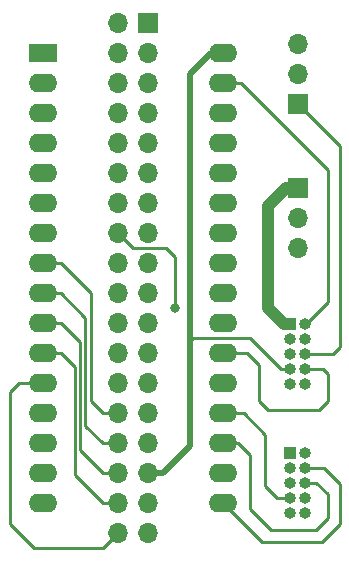
<source format=gbr>
%TF.GenerationSoftware,KiCad,Pcbnew,(6.0.4-0)*%
%TF.CreationDate,2022-07-24T15:42:13+01:00*%
%TF.ProjectId,isp_interface,6973705f-696e-4746-9572-666163652e6b,0.1.0*%
%TF.SameCoordinates,PX55f1c20PY82dabb0*%
%TF.FileFunction,Copper,L1,Top*%
%TF.FilePolarity,Positive*%
%FSLAX46Y46*%
G04 Gerber Fmt 4.6, Leading zero omitted, Abs format (unit mm)*
G04 Created by KiCad (PCBNEW (6.0.4-0)) date 2022-07-24 15:42:13*
%MOMM*%
%LPD*%
G01*
G04 APERTURE LIST*
%TA.AperFunction,ComponentPad*%
%ADD10R,1.700000X1.700000*%
%TD*%
%TA.AperFunction,ComponentPad*%
%ADD11O,1.700000X1.700000*%
%TD*%
%TA.AperFunction,ComponentPad*%
%ADD12O,1.000000X1.000000*%
%TD*%
%TA.AperFunction,ComponentPad*%
%ADD13R,1.000000X1.000000*%
%TD*%
%TA.AperFunction,ComponentPad*%
%ADD14R,2.400000X1.600000*%
%TD*%
%TA.AperFunction,ComponentPad*%
%ADD15O,2.400000X1.600000*%
%TD*%
%TA.AperFunction,ViaPad*%
%ADD16C,0.800000*%
%TD*%
%TA.AperFunction,Conductor*%
%ADD17C,0.250000*%
%TD*%
%TA.AperFunction,Conductor*%
%ADD18C,0.500000*%
%TD*%
%TA.AperFunction,Conductor*%
%ADD19C,1.000000*%
%TD*%
G04 APERTURE END LIST*
D10*
%TO.P,JP101,1,A*%
%TO.N,CHIPID*%
X25704800Y32562800D03*
D11*
%TO.P,JP101,2,C*%
%TO.N,A9{slash}CHIPID*%
X25704800Y30022800D03*
%TO.P,JP101,3,B*%
%TO.N,A9*%
X25704800Y27482800D03*
%TD*%
D12*
%TO.P,J103,10,Pin_10*%
%TO.N,unconnected-(J103-Pad10)*%
X26349800Y15989800D03*
%TO.P,J103,9,Pin_9*%
%TO.N,GND*%
X25079800Y15989800D03*
%TO.P,J103,8,Pin_8*%
%TO.N,~{CE}*%
X26349800Y17259800D03*
%TO.P,J103,7,Pin_7*%
%TO.N,VCC*%
X25079800Y17259800D03*
%TO.P,J103,6,Pin_6*%
%TO.N,CS2*%
X26349800Y18529800D03*
%TO.P,J103,5,Pin_5*%
%TO.N,unconnected-(J103-Pad5)*%
X25079800Y18529800D03*
%TO.P,J103,4,Pin_4*%
%TO.N,unconnected-(J103-Pad4)*%
X26349800Y19799800D03*
%TO.P,J103,3,Pin_3*%
%TO.N,~{OE}*%
X25079800Y19799800D03*
%TO.P,J103,2,Pin_2*%
%TO.N,~{WE}*%
X26349800Y21069800D03*
D13*
%TO.P,J103,1,Pin_1*%
%TO.N,CHIPID*%
X25079800Y21069800D03*
%TD*%
D10*
%TO.P,J101,1,Pin_1*%
%TO.N,unconnected-(J101-Pad1)*%
X13004800Y46532800D03*
D11*
%TO.P,J101,2,Pin_2*%
%TO.N,A17*%
X10464800Y46532800D03*
%TO.P,J101,3,Pin_3*%
%TO.N,unconnected-(J101-Pad3)*%
X13004800Y43992800D03*
%TO.P,J101,4,Pin_4*%
%TO.N,A16*%
X10464800Y43992800D03*
%TO.P,J101,5,Pin_5*%
%TO.N,unconnected-(J101-Pad5)*%
X13004800Y41452800D03*
%TO.P,J101,6,Pin_6*%
%TO.N,A15*%
X10464800Y41452800D03*
%TO.P,J101,7,Pin_7*%
%TO.N,unconnected-(J101-Pad7)*%
X13004800Y38912800D03*
%TO.P,J101,8,Pin_8*%
%TO.N,A14*%
X10464800Y38912800D03*
%TO.P,J101,9,Pin_9*%
%TO.N,unconnected-(J101-Pad9)*%
X13004800Y36372800D03*
%TO.P,J101,10,Pin_10*%
%TO.N,A13*%
X10464800Y36372800D03*
%TO.P,J101,11,Pin_11*%
%TO.N,unconnected-(J101-Pad11)*%
X13004800Y33832800D03*
%TO.P,J101,12,Pin_12*%
%TO.N,A12*%
X10464800Y33832800D03*
%TO.P,J101,13,Pin_13*%
%TO.N,unconnected-(J101-Pad13)*%
X13004800Y31292800D03*
%TO.P,J101,14,Pin_14*%
%TO.N,A11*%
X10464800Y31292800D03*
%TO.P,J101,15,Pin_15*%
%TO.N,unconnected-(J101-Pad15)*%
X13004800Y28752800D03*
%TO.P,J101,16,Pin_16*%
%TO.N,A10*%
X10464800Y28752800D03*
%TO.P,J101,17,Pin_17*%
%TO.N,unconnected-(J101-Pad17)*%
X13004800Y26212800D03*
%TO.P,J101,18,Pin_18*%
%TO.N,A9*%
X10464800Y26212800D03*
%TO.P,J101,19,Pin_19*%
%TO.N,unconnected-(J101-Pad19)*%
X13004800Y23672800D03*
%TO.P,J101,20,Pin_20*%
%TO.N,A8*%
X10464800Y23672800D03*
%TO.P,J101,21,Pin_21*%
%TO.N,unconnected-(J101-Pad21)*%
X13004800Y21132800D03*
%TO.P,J101,22,Pin_22*%
%TO.N,A7*%
X10464800Y21132800D03*
%TO.P,J101,23,Pin_23*%
%TO.N,unconnected-(J101-Pad23)*%
X13004800Y18592800D03*
%TO.P,J101,24,Pin_24*%
%TO.N,A6*%
X10464800Y18592800D03*
%TO.P,J101,25,Pin_25*%
%TO.N,unconnected-(J101-Pad25)*%
X13004800Y16052800D03*
%TO.P,J101,26,Pin_26*%
%TO.N,A5*%
X10464800Y16052800D03*
%TO.P,J101,27,Pin_27*%
%TO.N,unconnected-(J101-Pad27)*%
X13004800Y13512800D03*
%TO.P,J101,28,Pin_28*%
%TO.N,A4*%
X10464800Y13512800D03*
%TO.P,J101,29,Pin_29*%
%TO.N,unconnected-(J101-Pad29)*%
X13004800Y10972800D03*
%TO.P,J101,30,Pin_30*%
%TO.N,A3*%
X10464800Y10972800D03*
%TO.P,J101,31,Pin_31*%
%TO.N,VCC*%
X13004800Y8432800D03*
%TO.P,J101,32,Pin_32*%
%TO.N,A2*%
X10464800Y8432800D03*
%TO.P,J101,33,Pin_33*%
%TO.N,unconnected-(J101-Pad33)*%
X13004800Y5892800D03*
%TO.P,J101,34,Pin_34*%
%TO.N,A1*%
X10464800Y5892800D03*
%TO.P,J101,35,Pin_35*%
%TO.N,GND*%
X13004800Y3352800D03*
%TO.P,J101,36,Pin_36*%
%TO.N,A0*%
X10464800Y3352800D03*
%TD*%
D14*
%TO.P,J104,1,VPP*%
%TO.N,unconnected-(J104-Pad1)*%
X4114800Y44007800D03*
D15*
%TO.P,J104,2,A16*%
%TO.N,A16*%
X4114800Y41467800D03*
%TO.P,J104,3,A15*%
%TO.N,A15*%
X4114800Y38927800D03*
%TO.P,J104,4,A12*%
%TO.N,A12*%
X4114800Y36387800D03*
%TO.P,J104,5,A7*%
%TO.N,A7*%
X4114800Y33847800D03*
%TO.P,J104,6,A6*%
%TO.N,A6*%
X4114800Y31307800D03*
%TO.P,J104,7,A5*%
%TO.N,A5*%
X4114800Y28767800D03*
%TO.P,J104,8,A4*%
%TO.N,A4*%
X4114800Y26227800D03*
%TO.P,J104,9,A3*%
%TO.N,A3*%
X4114800Y23687800D03*
%TO.P,J104,10,A2*%
%TO.N,A2*%
X4114800Y21147800D03*
%TO.P,J104,11,A1*%
%TO.N,A1*%
X4114800Y18607800D03*
%TO.P,J104,12,A0*%
%TO.N,A0*%
X4114800Y16067800D03*
%TO.P,J104,13,D0*%
%TO.N,AD0*%
X4114800Y13527800D03*
%TO.P,J104,14,D1*%
%TO.N,AD1*%
X4114800Y10987800D03*
%TO.P,J104,15,D2*%
%TO.N,AD2*%
X4114800Y8447800D03*
%TO.P,J104,16,GND*%
%TO.N,GND*%
X4114800Y5907800D03*
%TO.P,J104,17,D3*%
%TO.N,AD3*%
X19354800Y5907800D03*
%TO.P,J104,18,D4*%
%TO.N,AD4*%
X19354800Y8447800D03*
%TO.P,J104,19,D5*%
%TO.N,AD5*%
X19354800Y10987800D03*
%TO.P,J104,20,D6*%
%TO.N,AD6*%
X19354800Y13527800D03*
%TO.P,J104,21,D7*%
%TO.N,AD7*%
X19354800Y16067800D03*
%TO.P,J104,22,~{CE}*%
%TO.N,~{CE}*%
X19354800Y18607800D03*
%TO.P,J104,23,A10*%
%TO.N,A10*%
X19354800Y21147800D03*
%TO.P,J104,24,~{OE}*%
%TO.N,~{OE}*%
X19354800Y23687800D03*
%TO.P,J104,25,A11*%
%TO.N,A11*%
X19354800Y26227800D03*
%TO.P,J104,26,A9*%
%TO.N,A9{slash}CHIPID*%
X19354800Y28767800D03*
%TO.P,J104,27,A8*%
%TO.N,A8*%
X19354800Y31307800D03*
%TO.P,J104,28,A13*%
%TO.N,A13*%
X19354800Y33847800D03*
%TO.P,J104,29,A14*%
%TO.N,A14*%
X19354800Y36387800D03*
%TO.P,J104,30,A17*%
%TO.N,A17{slash}CS2*%
X19354800Y38927800D03*
%TO.P,J104,31,~{PGM}*%
%TO.N,~{WE}*%
X19354800Y41467800D03*
%TO.P,J104,32,VCC*%
%TO.N,VCC*%
X19354800Y44007800D03*
%TD*%
D13*
%TO.P,J102,1,Pin_1*%
%TO.N,AD0*%
X25079800Y10176800D03*
D12*
%TO.P,J102,2,Pin_2*%
%TO.N,AD1*%
X26349800Y10176800D03*
%TO.P,J102,3,Pin_3*%
%TO.N,AD2*%
X25079800Y8906800D03*
%TO.P,J102,4,Pin_4*%
%TO.N,AD3*%
X26349800Y8906800D03*
%TO.P,J102,5,Pin_5*%
%TO.N,AD4*%
X25079800Y7636800D03*
%TO.P,J102,6,Pin_6*%
%TO.N,AD5*%
X26349800Y7636800D03*
%TO.P,J102,7,Pin_7*%
%TO.N,AD6*%
X25079800Y6366800D03*
%TO.P,J102,8,Pin_8*%
%TO.N,AD7*%
X26349800Y6366800D03*
%TO.P,J102,9,Pin_9*%
%TO.N,GND*%
X25079800Y5096800D03*
%TO.P,J102,10,Pin_10*%
%TO.N,unconnected-(J102-Pad10)*%
X26349800Y5096800D03*
%TD*%
D10*
%TO.P,JP102,1,A*%
%TO.N,CS2*%
X25704800Y39655800D03*
D11*
%TO.P,JP102,2,C*%
%TO.N,A17{slash}CS2*%
X25704800Y42195800D03*
%TO.P,JP102,3,B*%
%TO.N,A17*%
X25704800Y44735800D03*
%TD*%
D16*
%TO.N,A10*%
X15290800Y22402800D03*
%TD*%
D17*
%TO.N,A10*%
X10464800Y28752800D02*
X11734800Y27482800D01*
X11734800Y27482800D02*
X14528800Y27482800D01*
X15290800Y26720800D02*
X15290800Y22402800D01*
X14528800Y27482800D02*
X15290800Y26720800D01*
%TO.N,A4*%
X8178800Y14528800D02*
X9194800Y13512800D01*
X8178800Y23689100D02*
X8178800Y14528800D01*
X4114800Y26227800D02*
X5640100Y26227800D01*
X9194800Y13512800D02*
X10464800Y13512800D01*
X5640100Y26227800D02*
X8178800Y23689100D01*
%TO.N,A3*%
X4114800Y23687800D02*
X5623800Y23687800D01*
X5623800Y23687800D02*
X7729290Y21582310D01*
X7729290Y21582310D02*
X7729290Y12438310D01*
X7729290Y12438310D02*
X9194800Y10972800D01*
X9194800Y10972800D02*
X10464800Y10972800D01*
D18*
%TO.N,VCC*%
X18353800Y44007800D02*
X16560800Y42214800D01*
X16560800Y10718800D02*
X14274800Y8432800D01*
D17*
X21640800Y19862800D02*
X16814800Y19862800D01*
X24243800Y17259800D02*
X21640800Y19862800D01*
D18*
X16560800Y19608800D02*
X16560800Y10718800D01*
X14274800Y8432800D02*
X13004800Y8432800D01*
D17*
X25079800Y17259800D02*
X24243800Y17259800D01*
D18*
X19354800Y44007800D02*
X18353800Y44007800D01*
X16560800Y42214800D02*
X16560800Y19608800D01*
D17*
X16814800Y19862800D02*
X16560800Y19608800D01*
%TO.N,A2*%
X9194800Y8432800D02*
X10464800Y8432800D01*
X4114800Y21147800D02*
X5623800Y21147800D01*
X7279780Y10347820D02*
X9194800Y8432800D01*
X7279780Y19491820D02*
X7279780Y10347820D01*
X5623800Y21147800D02*
X7279780Y19491820D01*
%TO.N,AD3*%
X29260800Y4114800D02*
X29260800Y7543800D01*
X29260800Y7543800D02*
X27897800Y8906800D01*
X19354800Y5907800D02*
X22671800Y2590800D01*
X27897800Y8906800D02*
X26349800Y8906800D01*
X22671800Y2590800D02*
X27736800Y2590800D01*
X27736800Y2590800D02*
X29260800Y4114800D01*
%TO.N,AD5*%
X27228800Y3606800D02*
X23418800Y3606800D01*
X26349800Y7636800D02*
X27262800Y7636800D01*
X28244800Y4622800D02*
X27228800Y3606800D01*
X27262800Y7636800D02*
X28244800Y6654800D01*
X21648300Y9949300D02*
X20609800Y10987800D01*
X23418800Y3606800D02*
X21648300Y5377300D01*
X28244800Y6654800D02*
X28244800Y4622800D01*
X20609800Y10987800D02*
X19354800Y10987800D01*
X21648300Y5377300D02*
X21648300Y9949300D01*
%TO.N,AD6*%
X19354800Y13527800D02*
X21117800Y13527800D01*
X21117800Y13527800D02*
X22962300Y11683300D01*
X22962300Y7365300D02*
X23960800Y6366800D01*
X22962300Y11683300D02*
X22962300Y7365300D01*
X23960800Y6366800D02*
X25079800Y6366800D01*
D19*
%TO.N,CHIPID*%
X24688800Y32562800D02*
X25704800Y32562800D01*
X24497800Y21069800D02*
X23164800Y22402800D01*
X23164800Y31038800D02*
X24688800Y32562800D01*
X23164800Y22402800D02*
X23164800Y31038800D01*
X25079800Y21069800D02*
X24497800Y21069800D01*
D17*
%TO.N,~{WE}*%
X20880100Y41467800D02*
X28244800Y34103100D01*
X26403800Y21069800D02*
X26349800Y21069800D01*
X28244800Y22910800D02*
X26403800Y21069800D01*
X19354800Y41467800D02*
X20880100Y41467800D01*
X28244800Y34103100D02*
X28244800Y22910800D01*
%TO.N,~{CE}*%
X27482800Y13766800D02*
X28244800Y14528800D01*
X23164800Y13766800D02*
X27482800Y13766800D01*
X28244800Y14528800D02*
X28244800Y16814800D01*
X22402800Y14528800D02*
X23164800Y13766800D01*
X22402800Y17576800D02*
X22402800Y14528800D01*
X21371800Y18607800D02*
X22402800Y17576800D01*
X27799800Y17259800D02*
X28244800Y16814800D01*
X19354800Y18607800D02*
X21371800Y18607800D01*
X26349800Y17259800D02*
X27799800Y17259800D01*
%TO.N,CS2*%
X29260800Y36118800D02*
X25723800Y39655800D01*
X26349800Y18529800D02*
X28689800Y18529800D01*
X25723800Y39655800D02*
X25704800Y39655800D01*
X28689800Y18529800D02*
X29260800Y19100800D01*
X29260800Y19100800D02*
X29260800Y36118800D01*
%TO.N,A1*%
X6830270Y8257330D02*
X9194800Y5892800D01*
X5623800Y18607800D02*
X6830270Y17401330D01*
X4114800Y18607800D02*
X5623800Y18607800D01*
X9194800Y5892800D02*
X10464800Y5892800D01*
X6830270Y17401330D02*
X6830270Y8257330D01*
%TO.N,A0*%
X1320800Y4114800D02*
X1320800Y15290800D01*
X1320800Y15290800D02*
X2097800Y16067800D01*
X10464800Y3352800D02*
X9194800Y2082800D01*
X3352800Y2082800D02*
X1320800Y4114800D01*
X2097800Y16067800D02*
X4114800Y16067800D01*
X9194800Y2082800D02*
X3352800Y2082800D01*
%TD*%
M02*

</source>
